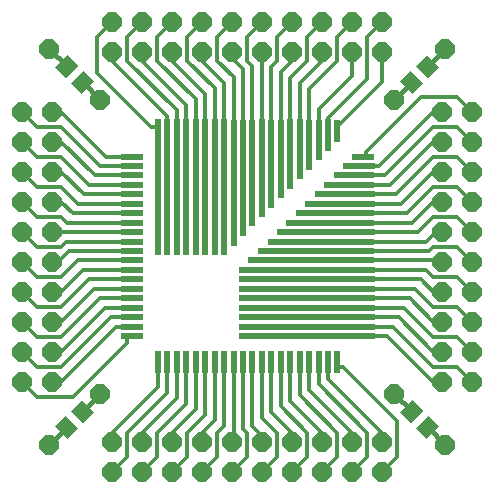
<source format=gbr>
G04 EAGLE Gerber RS-274X export*
G75*
%MOMM*%
%FSLAX34Y34*%
%LPD*%
%INTop Copper*%
%IPPOS*%
%AMOC8*
5,1,8,0,0,1.08239X$1,22.5*%
G01*
%ADD10R,1.900000X0.550000*%
%ADD11R,0.550000X1.900000*%
%ADD12R,11.500000X0.550000*%
%ADD13R,0.550000X11.500000*%
%ADD14R,0.550000X10.700000*%
%ADD15R,0.550000X9.900000*%
%ADD16R,9.900000X0.550000*%
%ADD17R,9.100000X0.550000*%
%ADD18R,0.550000X9.100000*%
%ADD19R,0.550000X8.300000*%
%ADD20R,8.300000X0.550000*%
%ADD21R,7.500000X0.550000*%
%ADD22R,0.550000X7.500000*%
%ADD23R,10.700000X0.550000*%
%ADD24R,6.700000X0.550000*%
%ADD25R,0.550000X6.700000*%
%ADD26R,0.550000X5.900000*%
%ADD27R,5.900000X0.550000*%
%ADD28R,5.100000X0.550000*%
%ADD29R,0.550000X5.100000*%
%ADD30R,0.550000X4.300000*%
%ADD31R,4.300000X0.550000*%
%ADD32R,3.500000X0.550000*%
%ADD33R,0.550000X3.500000*%
%ADD34R,2.700000X0.550000*%
%ADD35R,0.550000X2.700000*%
%ADD36P,1.759533X8X22.500000*%
%ADD37P,1.759533X8X112.500000*%
%ADD38P,1.759533X8X202.500000*%
%ADD39P,1.759533X8X292.500000*%
%ADD40R,1.300000X1.500000*%
%ADD41C,0.304800*%
%ADD42C,0.406400*%


D10*
X105640Y167640D03*
X105640Y175640D03*
X105640Y183640D03*
X105640Y191640D03*
X105640Y199640D03*
X105640Y207640D03*
X105640Y127640D03*
X105640Y135640D03*
X105640Y143640D03*
X105640Y151640D03*
X105640Y159640D03*
D11*
X127640Y105640D03*
X135640Y105640D03*
X143640Y105640D03*
X151640Y105640D03*
X159640Y105640D03*
X167640Y105640D03*
X183640Y105640D03*
X175640Y105640D03*
X191640Y105640D03*
X199640Y105640D03*
X207640Y105640D03*
X215640Y105640D03*
X223640Y105640D03*
X231640Y105640D03*
X239640Y105640D03*
X247640Y105640D03*
X255640Y105640D03*
X263640Y105640D03*
X271640Y105640D03*
X279640Y105640D03*
D10*
X301640Y279640D03*
X105640Y215640D03*
X105640Y223640D03*
X105640Y231640D03*
X105640Y239640D03*
X105640Y247640D03*
X105640Y255640D03*
X105640Y263640D03*
X105640Y279640D03*
X105640Y271640D03*
D11*
X279640Y301640D03*
D12*
X253640Y127640D03*
X253640Y183640D03*
X253640Y135640D03*
X253640Y143640D03*
X253640Y151640D03*
X253640Y159640D03*
X253640Y167640D03*
X253640Y175640D03*
D13*
X135640Y253640D03*
X183640Y253640D03*
X175640Y253640D03*
X167640Y253640D03*
X159640Y253640D03*
X151640Y253640D03*
X143640Y253640D03*
X127640Y253640D03*
D14*
X191640Y257640D03*
D15*
X199640Y261640D03*
D16*
X261640Y199640D03*
D17*
X265640Y207640D03*
D18*
X207640Y265640D03*
D19*
X215640Y269640D03*
D20*
X269640Y215640D03*
D21*
X273640Y223640D03*
D22*
X223640Y273640D03*
D23*
X257640Y191640D03*
D24*
X277640Y231640D03*
D25*
X231640Y277640D03*
D26*
X239640Y281640D03*
D27*
X281640Y239640D03*
D28*
X285640Y247640D03*
D29*
X247640Y285640D03*
D30*
X255640Y289640D03*
D31*
X289640Y255640D03*
D32*
X293640Y263640D03*
D33*
X263640Y293640D03*
D34*
X297640Y271640D03*
D35*
X271640Y297640D03*
D36*
X88900Y38100D03*
X88900Y12700D03*
X114300Y38100D03*
X114300Y12700D03*
X139700Y38100D03*
X139700Y12700D03*
X165100Y38100D03*
X165100Y12700D03*
X190500Y38100D03*
X190500Y12700D03*
X215900Y38100D03*
X215900Y12700D03*
X241300Y38100D03*
X241300Y12700D03*
X266700Y38100D03*
X266700Y12700D03*
X292100Y38100D03*
X292100Y12700D03*
X317500Y38100D03*
X317500Y12700D03*
D37*
X368300Y88900D03*
X393700Y88900D03*
X368300Y114300D03*
X393700Y114300D03*
X368300Y139700D03*
X393700Y139700D03*
X368300Y165100D03*
X393700Y165100D03*
X368300Y190500D03*
X393700Y190500D03*
X368300Y215900D03*
X393700Y215900D03*
X368300Y241300D03*
X393700Y241300D03*
X368300Y266700D03*
X393700Y266700D03*
X368300Y292100D03*
X393700Y292100D03*
X368300Y317500D03*
X393700Y317500D03*
D38*
X317500Y368300D03*
X317500Y393700D03*
X292100Y368300D03*
X292100Y393700D03*
X266700Y368300D03*
X266700Y393700D03*
X241300Y368300D03*
X241300Y393700D03*
X215900Y368300D03*
X215900Y393700D03*
X190500Y368300D03*
X190500Y393700D03*
X165100Y368300D03*
X165100Y393700D03*
X139700Y368300D03*
X139700Y393700D03*
X114300Y368300D03*
X114300Y393700D03*
X88900Y368300D03*
X88900Y393700D03*
D39*
X38100Y317500D03*
X12700Y317500D03*
X38100Y292100D03*
X12700Y292100D03*
X38100Y266700D03*
X12700Y266700D03*
X38100Y241300D03*
X12700Y241300D03*
X38100Y215900D03*
X12700Y215900D03*
X38100Y190500D03*
X12700Y190500D03*
X38100Y165100D03*
X12700Y165100D03*
X38100Y139700D03*
X12700Y139700D03*
X38100Y114300D03*
X12700Y114300D03*
X38100Y88900D03*
X12700Y88900D03*
D40*
G36*
X60331Y49725D02*
X51139Y40533D01*
X40533Y51139D01*
X49725Y60331D01*
X60331Y49725D01*
G37*
G36*
X73767Y63161D02*
X64575Y53969D01*
X53969Y64575D01*
X63161Y73767D01*
X73767Y63161D01*
G37*
D36*
X35560Y35560D03*
X78740Y78740D03*
D40*
G36*
X64575Y352431D02*
X73767Y343239D01*
X63161Y332633D01*
X53969Y341825D01*
X64575Y352431D01*
G37*
G36*
X51139Y365867D02*
X60331Y356675D01*
X49725Y346069D01*
X40533Y355261D01*
X51139Y365867D01*
G37*
D36*
X78740Y327660D03*
X35560Y370840D03*
D40*
G36*
X341825Y53969D02*
X332633Y63161D01*
X343239Y73767D01*
X352431Y64575D01*
X341825Y53969D01*
G37*
G36*
X355261Y40533D02*
X346069Y49725D01*
X356675Y60331D01*
X365867Y51139D01*
X355261Y40533D01*
G37*
D36*
X327660Y78740D03*
X370840Y35560D03*
D40*
G36*
X352431Y341825D02*
X343239Y332633D01*
X332633Y343239D01*
X341825Y352431D01*
X352431Y341825D01*
G37*
G36*
X365867Y355261D02*
X356675Y346069D01*
X346069Y356675D01*
X355261Y365867D01*
X365867Y355261D01*
G37*
D36*
X327660Y327660D03*
X370840Y370840D03*
D41*
X127640Y105640D02*
X127640Y84460D01*
X88900Y45720D01*
X88900Y38100D01*
X135640Y79760D02*
X135640Y105640D01*
X135640Y79760D02*
X101600Y45720D01*
X101600Y25400D01*
X88900Y12700D01*
X143640Y75060D02*
X143640Y105640D01*
X143640Y75060D02*
X114300Y45720D01*
X114300Y38100D01*
X151640Y70360D02*
X151640Y105640D01*
X151640Y70360D02*
X127000Y45720D01*
X127000Y25400D01*
X114300Y12700D01*
X159640Y65660D02*
X159640Y105640D01*
X159640Y65660D02*
X139700Y45720D01*
X139700Y38100D01*
X167640Y60960D02*
X167640Y105640D01*
X167640Y60960D02*
X152400Y45720D01*
X152400Y25400D01*
X139700Y12700D01*
X175640Y56260D02*
X175640Y105640D01*
X175640Y56260D02*
X165100Y45720D01*
X165100Y38100D01*
X183640Y51560D02*
X183640Y105640D01*
X183640Y51560D02*
X177800Y45720D01*
X177800Y25400D01*
X165100Y12700D01*
X191640Y39240D02*
X191640Y105640D01*
X191640Y39240D02*
X190500Y38100D01*
X199640Y49280D02*
X199640Y105640D01*
X199640Y49280D02*
X203200Y45720D01*
X203200Y25400D01*
X190500Y12700D01*
X207640Y51440D02*
X207640Y105640D01*
X207640Y51440D02*
X215900Y43180D01*
X215900Y38100D01*
X215640Y58680D02*
X215640Y105640D01*
X215640Y58680D02*
X228600Y45720D01*
X228600Y25400D01*
X215900Y12700D01*
X223640Y63380D02*
X223640Y105640D01*
X223640Y63380D02*
X241300Y45720D01*
X241300Y38100D01*
X231640Y68080D02*
X231640Y105640D01*
X231640Y68080D02*
X254000Y45720D01*
X254000Y25400D01*
X241300Y12700D01*
X239640Y72780D02*
X239640Y105640D01*
X239640Y72780D02*
X266700Y45720D01*
X266700Y38100D01*
X247640Y77480D02*
X247640Y105640D01*
X247640Y77480D02*
X279400Y45720D01*
X279400Y25400D01*
X266700Y12700D01*
X255640Y82180D02*
X255640Y105640D01*
X255640Y82180D02*
X292100Y45720D01*
X292100Y38100D01*
X263640Y86880D02*
X263640Y105640D01*
X263640Y86880D02*
X304800Y45720D01*
X304800Y25400D01*
X292100Y12700D01*
X271640Y91580D02*
X271640Y105640D01*
X271640Y91580D02*
X317500Y45720D01*
X317500Y38100D01*
X330200Y25400D02*
X330200Y55880D01*
X330200Y25400D02*
X317500Y12700D01*
X330200Y55880D02*
X284480Y101600D01*
X279640Y101600D01*
X279640Y105640D01*
X253640Y127640D02*
X321940Y127640D01*
X360680Y88900D01*
X368300Y88900D01*
X326640Y135640D02*
X253640Y135640D01*
X326640Y135640D02*
X360680Y101600D01*
X381000Y101600D01*
X393700Y88900D01*
X331340Y143640D02*
X253640Y143640D01*
X331340Y143640D02*
X360680Y114300D01*
X368300Y114300D01*
X336040Y151640D02*
X253640Y151640D01*
X336040Y151640D02*
X360680Y127000D01*
X381000Y127000D01*
X393700Y114300D01*
X340740Y159640D02*
X253640Y159640D01*
X340740Y159640D02*
X360680Y139700D01*
X368300Y139700D01*
X345440Y167640D02*
X253640Y167640D01*
X345440Y167640D02*
X360680Y152400D01*
X381000Y152400D01*
X393700Y139700D01*
X350140Y175640D02*
X253640Y175640D01*
X350140Y175640D02*
X360680Y165100D01*
X368300Y165100D01*
X354840Y183640D02*
X253640Y183640D01*
X354840Y183640D02*
X360680Y177800D01*
X381000Y177800D01*
X393700Y165100D01*
X367160Y191640D02*
X257640Y191640D01*
X367160Y191640D02*
X368300Y190500D01*
X357120Y199640D02*
X261640Y199640D01*
X357120Y199640D02*
X360680Y203200D01*
X381000Y203200D01*
X393700Y190500D01*
X354960Y207640D02*
X265640Y207640D01*
X354960Y207640D02*
X363220Y215900D01*
X368300Y215900D01*
X347720Y215640D02*
X269640Y215640D01*
X347720Y215640D02*
X360680Y228600D01*
X381000Y228600D01*
X393700Y215900D01*
X343020Y223640D02*
X273640Y223640D01*
X343020Y223640D02*
X360680Y241300D01*
X368300Y241300D01*
X338320Y231640D02*
X277640Y231640D01*
X338320Y231640D02*
X360680Y254000D01*
X381000Y254000D01*
X393700Y241300D01*
X333620Y239640D02*
X281640Y239640D01*
X333620Y239640D02*
X360680Y266700D01*
X368300Y266700D01*
X328920Y247640D02*
X285640Y247640D01*
X328920Y247640D02*
X360680Y279400D01*
X381000Y279400D01*
X393700Y266700D01*
X324220Y255640D02*
X289640Y255640D01*
X324220Y255640D02*
X360680Y292100D01*
X368300Y292100D01*
X319520Y263640D02*
X293640Y263640D01*
X319520Y263640D02*
X360680Y304800D01*
X381000Y304800D01*
X393700Y292100D01*
X314820Y271640D02*
X297640Y271640D01*
X314820Y271640D02*
X360680Y317500D01*
X368300Y317500D01*
X350520Y330200D02*
X304180Y283860D01*
X350520Y330200D02*
X381000Y330200D01*
X393700Y317500D01*
X304180Y283860D02*
X304180Y279640D01*
X301640Y279640D01*
X279640Y301640D02*
X279640Y305040D01*
X317500Y342900D01*
X317500Y368300D01*
X271640Y312280D02*
X271640Y297640D01*
X271640Y312280D02*
X304800Y345440D01*
X304800Y381000D01*
X317500Y393700D01*
X263640Y319520D02*
X263640Y293640D01*
X263640Y319520D02*
X292100Y347980D01*
X292100Y368300D01*
X255640Y336920D02*
X255640Y289640D01*
X255640Y336920D02*
X279400Y360680D01*
X279400Y381000D01*
X292100Y393700D01*
X247640Y341620D02*
X247640Y285640D01*
X247640Y341620D02*
X266700Y360680D01*
X266700Y368300D01*
X239640Y346320D02*
X239640Y281640D01*
X239640Y346320D02*
X254000Y360680D01*
X254000Y381000D01*
X266700Y393700D01*
X231640Y351020D02*
X231640Y277640D01*
X231640Y351020D02*
X241300Y360680D01*
X241300Y368300D01*
X223640Y355720D02*
X223640Y273640D01*
X223640Y355720D02*
X228600Y360680D01*
X228600Y381000D01*
X241300Y393700D01*
X215640Y368040D02*
X215640Y269640D01*
X215640Y368040D02*
X215900Y368300D01*
X207640Y356240D02*
X207640Y265640D01*
X207640Y356240D02*
X203200Y360680D01*
X203200Y381000D01*
X215900Y393700D01*
X199640Y354080D02*
X199640Y261640D01*
X199640Y354080D02*
X190500Y363220D01*
X190500Y368300D01*
X191640Y346840D02*
X191640Y257640D01*
X191640Y346840D02*
X177800Y360680D01*
X177800Y381000D01*
X190500Y393700D01*
X183640Y342140D02*
X183640Y253640D01*
X183640Y342140D02*
X165100Y360680D01*
X165100Y368300D01*
X175640Y337440D02*
X175640Y253640D01*
X175640Y337440D02*
X152400Y360680D01*
X152400Y381000D01*
X165100Y393700D01*
X167640Y332740D02*
X167640Y253640D01*
X167640Y332740D02*
X139700Y360680D01*
X139700Y368300D01*
X159640Y328040D02*
X159640Y253640D01*
X159640Y328040D02*
X127000Y360680D01*
X127000Y381000D01*
X139700Y393700D01*
X151640Y323340D02*
X151640Y253640D01*
X151640Y323340D02*
X114300Y360680D01*
X114300Y368300D01*
X143640Y318640D02*
X143640Y253640D01*
X143640Y318640D02*
X101600Y360680D01*
X101600Y381000D01*
X114300Y393700D01*
X135640Y313940D02*
X135640Y253640D01*
X135640Y313940D02*
X88900Y360680D01*
X88900Y368300D01*
X127640Y301620D02*
X127640Y253640D01*
X127640Y301620D02*
X127000Y302260D01*
X121920Y304800D02*
X76200Y350520D01*
X76200Y381000D01*
X88900Y393700D01*
X121920Y304800D02*
X127640Y304800D01*
X127640Y301620D01*
X105640Y279640D02*
X83580Y279640D01*
X45720Y317500D01*
X38100Y317500D01*
X78880Y271640D02*
X105640Y271640D01*
X78880Y271640D02*
X45720Y304800D01*
X25400Y304800D01*
X12700Y317500D01*
X74180Y263640D02*
X105640Y263640D01*
X74180Y263640D02*
X45720Y292100D01*
X38100Y292100D01*
X69480Y255640D02*
X105640Y255640D01*
X69480Y255640D02*
X45720Y279400D01*
X25400Y279400D01*
X12700Y292100D01*
X64780Y247640D02*
X105640Y247640D01*
X64780Y247640D02*
X45720Y266700D01*
X38100Y266700D01*
X60080Y239640D02*
X105640Y239640D01*
X60080Y239640D02*
X45720Y254000D01*
X25400Y254000D01*
X12700Y266700D01*
X55380Y231640D02*
X105640Y231640D01*
X55380Y231640D02*
X45720Y241300D01*
X38100Y241300D01*
X50680Y223640D02*
X105640Y223640D01*
X50680Y223640D02*
X45720Y228600D01*
X25400Y228600D01*
X12700Y241300D01*
X38360Y215640D02*
X105640Y215640D01*
X38360Y215640D02*
X38100Y215900D01*
X50160Y207640D02*
X105640Y207640D01*
X50160Y207640D02*
X45720Y203200D01*
X25400Y203200D01*
X12700Y215900D01*
X52320Y199640D02*
X105640Y199640D01*
X52320Y199640D02*
X43180Y190500D01*
X38100Y190500D01*
X59560Y191640D02*
X105640Y191640D01*
X59560Y191640D02*
X45720Y177800D01*
X25400Y177800D01*
X12700Y190500D01*
X64260Y183640D02*
X105640Y183640D01*
X64260Y183640D02*
X45720Y165100D01*
X38100Y165100D01*
X68960Y175640D02*
X105640Y175640D01*
X68960Y175640D02*
X45720Y152400D01*
X25400Y152400D01*
X12700Y165100D01*
X73660Y167640D02*
X105640Y167640D01*
X73660Y167640D02*
X45720Y139700D01*
X38100Y139700D01*
X78360Y159640D02*
X105640Y159640D01*
X78360Y159640D02*
X45720Y127000D01*
X25400Y127000D01*
X12700Y139700D01*
X83060Y151640D02*
X105640Y151640D01*
X83060Y151640D02*
X45720Y114300D01*
X38100Y114300D01*
X87760Y143640D02*
X105640Y143640D01*
X87760Y143640D02*
X45720Y101600D01*
X25400Y101600D01*
X12700Y114300D01*
X92460Y135640D02*
X105640Y135640D01*
X92460Y135640D02*
X45720Y88900D01*
X38100Y88900D01*
X25400Y76200D02*
X12700Y88900D01*
X25400Y76200D02*
X55880Y76200D01*
X101600Y121920D01*
X101600Y127640D01*
X105640Y127640D01*
D42*
X50432Y50432D02*
X35560Y35560D01*
X63868Y63868D02*
X78740Y78740D01*
X78740Y327660D02*
X63868Y342532D01*
X35560Y370839D02*
X35560Y370840D01*
X35560Y370839D02*
X50432Y355968D01*
X327660Y78740D02*
X342532Y63868D01*
X355968Y50432D02*
X370840Y35560D01*
X327660Y327660D02*
X342532Y342532D01*
X355968Y355968D02*
X370840Y370840D01*
M02*

</source>
